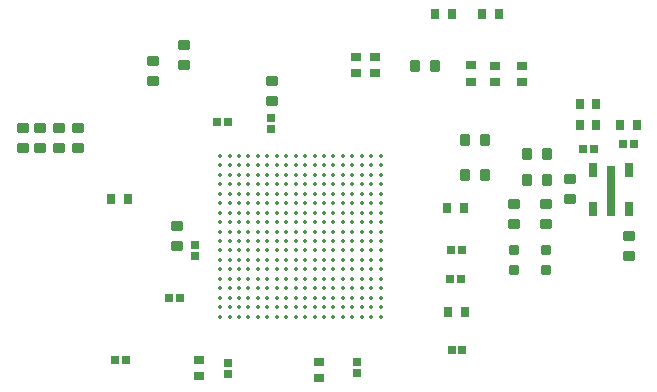
<source format=gtp>
G04*
G04 #@! TF.GenerationSoftware,Altium Limited,Altium Designer,23.0.1 (38)*
G04*
G04 Layer_Color=8421504*
%FSLAX45Y45*%
%MOMM*%
G71*
G04*
G04 #@! TF.SameCoordinates,E124BC29-41F8-45E3-8FB8-A4B905A5A323*
G04*
G04*
G04 #@! TF.FilePolarity,Positive*
G04*
G01*
G75*
%ADD16C,0.35000*%
%ADD17R,0.68000X1.20000*%
%ADD18R,0.64000X0.64000*%
%ADD19R,0.75000X0.95000*%
G04:AMPARAMS|DCode=20|XSize=1mm|YSize=0.9mm|CornerRadius=0.1125mm|HoleSize=0mm|Usage=FLASHONLY|Rotation=0.000|XOffset=0mm|YOffset=0mm|HoleType=Round|Shape=RoundedRectangle|*
%AMROUNDEDRECTD20*
21,1,1.00000,0.67500,0,0,0.0*
21,1,0.77500,0.90000,0,0,0.0*
1,1,0.22500,0.38750,-0.33750*
1,1,0.22500,-0.38750,-0.33750*
1,1,0.22500,-0.38750,0.33750*
1,1,0.22500,0.38750,0.33750*
%
%ADD20ROUNDEDRECTD20*%
G04:AMPARAMS|DCode=21|XSize=1mm|YSize=0.9mm|CornerRadius=0.1125mm|HoleSize=0mm|Usage=FLASHONLY|Rotation=270.000|XOffset=0mm|YOffset=0mm|HoleType=Round|Shape=RoundedRectangle|*
%AMROUNDEDRECTD21*
21,1,1.00000,0.67500,0,0,270.0*
21,1,0.77500,0.90000,0,0,270.0*
1,1,0.22500,-0.33750,-0.38750*
1,1,0.22500,-0.33750,0.38750*
1,1,0.22500,0.33750,0.38750*
1,1,0.22500,0.33750,-0.38750*
%
%ADD21ROUNDEDRECTD21*%
G04:AMPARAMS|DCode=22|XSize=0.8mm|YSize=0.8mm|CornerRadius=0.1mm|HoleSize=0mm|Usage=FLASHONLY|Rotation=270.000|XOffset=0mm|YOffset=0mm|HoleType=Round|Shape=RoundedRectangle|*
%AMROUNDEDRECTD22*
21,1,0.80000,0.60000,0,0,270.0*
21,1,0.60000,0.80000,0,0,270.0*
1,1,0.20000,-0.30000,-0.30000*
1,1,0.20000,-0.30000,0.30000*
1,1,0.20000,0.30000,0.30000*
1,1,0.20000,0.30000,-0.30000*
%
%ADD22ROUNDEDRECTD22*%
%ADD23R,0.64000X0.64000*%
%ADD24R,0.95000X0.75000*%
G36*
X13303999Y7248920D02*
X13236000D01*
Y7673920D01*
X13303999D01*
Y7248920D01*
D02*
G37*
D16*
X10200000Y7760000D02*
D03*
X11320000Y6400000D02*
D03*
X11240000D02*
D03*
X11160000D02*
D03*
X11080000D02*
D03*
X11000000D02*
D03*
X10920000D02*
D03*
X10840000D02*
D03*
X10760000D02*
D03*
X10680000D02*
D03*
X10600000D02*
D03*
X10520000D02*
D03*
X10440000D02*
D03*
X10360000D02*
D03*
X10280000D02*
D03*
X10200000D02*
D03*
X10120000D02*
D03*
X10040000D02*
D03*
X9960000D02*
D03*
X11320000Y6480000D02*
D03*
X11240000D02*
D03*
X11160000D02*
D03*
X11080000D02*
D03*
X11000000D02*
D03*
X10920000D02*
D03*
X10840000D02*
D03*
X10760000D02*
D03*
X10680000D02*
D03*
X10600000D02*
D03*
X10520000D02*
D03*
X10440000D02*
D03*
X10360000D02*
D03*
X10280000D02*
D03*
X10200000D02*
D03*
X10120000D02*
D03*
X10040000D02*
D03*
X9960000D02*
D03*
X11320000Y6560000D02*
D03*
X11240000D02*
D03*
X11160000D02*
D03*
X11080000D02*
D03*
X11000000D02*
D03*
X10920000D02*
D03*
X10840000D02*
D03*
X10760000D02*
D03*
X10680000D02*
D03*
X10600000D02*
D03*
X10520000D02*
D03*
X10440000D02*
D03*
X10360000D02*
D03*
X10280000D02*
D03*
X10200000D02*
D03*
X10120000D02*
D03*
X10040000D02*
D03*
X9960000D02*
D03*
X11320000Y6640000D02*
D03*
X11240000D02*
D03*
X11160000D02*
D03*
X11080000D02*
D03*
X11000000D02*
D03*
X10920000D02*
D03*
X10840000D02*
D03*
X10760000D02*
D03*
X10680000D02*
D03*
X10600000D02*
D03*
X10520000D02*
D03*
X10440000D02*
D03*
X10360000D02*
D03*
X10280000D02*
D03*
X10200000D02*
D03*
X10120000D02*
D03*
X10040000D02*
D03*
X9960000D02*
D03*
X11320000Y6720000D02*
D03*
X11240000D02*
D03*
X11160000D02*
D03*
X11080000D02*
D03*
X11000000D02*
D03*
X10920000D02*
D03*
X10840000D02*
D03*
X10760000D02*
D03*
X10680000D02*
D03*
X10600000D02*
D03*
X10520000D02*
D03*
X10440000D02*
D03*
X10360000D02*
D03*
X10280000D02*
D03*
X10200000D02*
D03*
X10120000D02*
D03*
X10040000D02*
D03*
X9960000D02*
D03*
X11320000Y6800000D02*
D03*
X11240000D02*
D03*
X11160000D02*
D03*
X11080000D02*
D03*
X11000000D02*
D03*
X10920000D02*
D03*
X10840000D02*
D03*
X10760000D02*
D03*
X10680000D02*
D03*
X10600000D02*
D03*
X10520000D02*
D03*
X10440000D02*
D03*
X10360000D02*
D03*
X10280000D02*
D03*
X10200000D02*
D03*
X10120000D02*
D03*
X10040000D02*
D03*
X9960000D02*
D03*
X11320000Y6880000D02*
D03*
X11240000D02*
D03*
X11160000D02*
D03*
X11080000D02*
D03*
X11000000D02*
D03*
X10920000D02*
D03*
X10840000D02*
D03*
X10760000D02*
D03*
X10680000D02*
D03*
X10600000D02*
D03*
X10520000D02*
D03*
X10440000D02*
D03*
X10360000D02*
D03*
X10280000D02*
D03*
X10200000D02*
D03*
X10120000D02*
D03*
X10040000D02*
D03*
X9960000D02*
D03*
X11320000Y6960000D02*
D03*
X11240000D02*
D03*
X11160000D02*
D03*
X11080000D02*
D03*
X11000000D02*
D03*
X10920000D02*
D03*
X10840000D02*
D03*
X10760000D02*
D03*
X10680000D02*
D03*
X10600000D02*
D03*
X10520000D02*
D03*
X10440000D02*
D03*
X10360000D02*
D03*
X10280000D02*
D03*
X10200000D02*
D03*
X10120000D02*
D03*
X10040000D02*
D03*
X9960000D02*
D03*
X11320000Y7040000D02*
D03*
X11240000D02*
D03*
X11160000D02*
D03*
X11080000D02*
D03*
X11000000D02*
D03*
X10920000D02*
D03*
X10840000D02*
D03*
X10760000D02*
D03*
X10680000D02*
D03*
X10600000D02*
D03*
X10520000D02*
D03*
X10440000D02*
D03*
X10360000D02*
D03*
X10280000D02*
D03*
X10200000D02*
D03*
X10120000D02*
D03*
X10040000D02*
D03*
X9960000D02*
D03*
X11320000Y7120000D02*
D03*
X11240000D02*
D03*
X11160000D02*
D03*
X11080000D02*
D03*
X11000000D02*
D03*
X10920000D02*
D03*
X10840000D02*
D03*
X10760000D02*
D03*
X10680000D02*
D03*
X10600000D02*
D03*
X10520000D02*
D03*
X10440000D02*
D03*
X10360000D02*
D03*
X10280000D02*
D03*
X10200000D02*
D03*
X10120000D02*
D03*
X10040000D02*
D03*
X9960000D02*
D03*
X11320000Y7200000D02*
D03*
X11240000D02*
D03*
X11160000D02*
D03*
X11080000D02*
D03*
X11000000D02*
D03*
X10920000D02*
D03*
X10840000D02*
D03*
X10760000D02*
D03*
X10680000D02*
D03*
X10600000D02*
D03*
X10520000D02*
D03*
X10440000D02*
D03*
X10360000D02*
D03*
X10280000D02*
D03*
X10200000D02*
D03*
X10120000D02*
D03*
X10040000D02*
D03*
X9960000D02*
D03*
X11320000Y7280000D02*
D03*
X11240000D02*
D03*
X11160000D02*
D03*
X11080000D02*
D03*
X11000000D02*
D03*
X10920000D02*
D03*
X10840000D02*
D03*
X10760000D02*
D03*
X10680000D02*
D03*
X10600000D02*
D03*
X10520000D02*
D03*
X10440000D02*
D03*
X10360000D02*
D03*
X10280000D02*
D03*
X10200000D02*
D03*
X10120000D02*
D03*
X10040000D02*
D03*
X9960000D02*
D03*
X11320000Y7360000D02*
D03*
X11240000D02*
D03*
X11160000D02*
D03*
X11080000D02*
D03*
X11000000D02*
D03*
X10920000D02*
D03*
X10840000D02*
D03*
X10760000D02*
D03*
X10680000D02*
D03*
X10600000D02*
D03*
X10520000D02*
D03*
X10440000D02*
D03*
X10360000D02*
D03*
X10280000D02*
D03*
X10200000D02*
D03*
X10120000D02*
D03*
X10040000D02*
D03*
X9960000D02*
D03*
X11320000Y7440000D02*
D03*
X11240000D02*
D03*
X11160000D02*
D03*
X11080000D02*
D03*
X11000000D02*
D03*
X10920000D02*
D03*
X10840000D02*
D03*
X10760000D02*
D03*
X10680000D02*
D03*
X10600000D02*
D03*
X10520000D02*
D03*
X10440000D02*
D03*
X10360000D02*
D03*
X10280000D02*
D03*
X10200000D02*
D03*
X10120000D02*
D03*
X10040000D02*
D03*
X9960000D02*
D03*
X11320000Y7520000D02*
D03*
X11240000D02*
D03*
X11160000D02*
D03*
X11080000D02*
D03*
X11000000D02*
D03*
X10920000D02*
D03*
X10840000D02*
D03*
X10760000D02*
D03*
X10680000D02*
D03*
X10600000D02*
D03*
X10520000D02*
D03*
X10440000D02*
D03*
X10360000D02*
D03*
X10280000D02*
D03*
X10200000D02*
D03*
X10120000D02*
D03*
X10040000D02*
D03*
X9960000D02*
D03*
X11320000Y7600000D02*
D03*
X11240000D02*
D03*
X11160000D02*
D03*
X11080000D02*
D03*
X11000000D02*
D03*
X10920000D02*
D03*
X10840000D02*
D03*
X10760000D02*
D03*
X10680000D02*
D03*
X10600000D02*
D03*
X10520000D02*
D03*
X10440000D02*
D03*
X10360000D02*
D03*
X10280000D02*
D03*
X10200000D02*
D03*
X10120000D02*
D03*
X10040000D02*
D03*
X9960000D02*
D03*
X11320000Y7680000D02*
D03*
X11240000D02*
D03*
X11160000D02*
D03*
X11080000D02*
D03*
X11000000D02*
D03*
X10920000D02*
D03*
X10840000D02*
D03*
X10760000D02*
D03*
X10680000D02*
D03*
X10600000D02*
D03*
X10520000D02*
D03*
X10440000D02*
D03*
X10360000D02*
D03*
X10280000D02*
D03*
X10200000D02*
D03*
X10120000D02*
D03*
X10040000D02*
D03*
X9960000D02*
D03*
X11320000Y7760000D02*
D03*
X11240000D02*
D03*
X11160000D02*
D03*
X11080000D02*
D03*
X11000000D02*
D03*
X10920000D02*
D03*
X10840000D02*
D03*
X10760000D02*
D03*
X10680000D02*
D03*
X10600000D02*
D03*
X10520000D02*
D03*
X10440000D02*
D03*
X10360000D02*
D03*
X10280000D02*
D03*
X10120000D02*
D03*
X10040000D02*
D03*
X9960000D02*
D03*
D17*
X13120000Y7308920D02*
D03*
X13420000D02*
D03*
Y7638920D02*
D03*
X13120000D02*
D03*
D18*
X13125999Y7816568D02*
D03*
X13034000D02*
D03*
X13374001Y7862858D02*
D03*
X13466000D02*
D03*
X9530600Y6560000D02*
D03*
X9622600D02*
D03*
X12001780Y6720000D02*
D03*
X11909780D02*
D03*
X10029431Y8047002D02*
D03*
X9937431D02*
D03*
X9068000Y6033920D02*
D03*
X9160000D02*
D03*
X12012000Y6120000D02*
D03*
X11920000D02*
D03*
X12006000Y6960000D02*
D03*
X11914000D02*
D03*
D19*
X13144852Y8021443D02*
D03*
X13004851D02*
D03*
X13143294Y8199805D02*
D03*
X13003294D02*
D03*
X13350000Y8021443D02*
D03*
X13489999D02*
D03*
X11922499Y8960000D02*
D03*
X11782499D02*
D03*
X12320000D02*
D03*
X12180000D02*
D03*
X9039200Y7397100D02*
D03*
X9179200D02*
D03*
X12030000Y6440000D02*
D03*
X11890000D02*
D03*
X12022499Y7320000D02*
D03*
X11882499D02*
D03*
D20*
X12920000Y7397840D02*
D03*
Y7567840D02*
D03*
X13420000Y6915000D02*
D03*
Y7085000D02*
D03*
X10400000Y8398395D02*
D03*
Y8228395D02*
D03*
X12452503Y7184395D02*
D03*
Y7354395D02*
D03*
X12720000Y7184395D02*
D03*
Y7354395D02*
D03*
X9652499Y8526601D02*
D03*
Y8696601D02*
D03*
X8759360Y7827980D02*
D03*
Y7997980D02*
D03*
X8599360Y7827980D02*
D03*
Y7997980D02*
D03*
X8439360Y7827980D02*
D03*
Y7997980D02*
D03*
X8289508Y7827980D02*
D03*
Y7997980D02*
D03*
X9596649Y6995000D02*
D03*
Y7165000D02*
D03*
X9392920Y8396060D02*
D03*
Y8566060D02*
D03*
D21*
X12035000Y7896570D02*
D03*
X12205000D02*
D03*
X12035000Y7602159D02*
D03*
X12205000D02*
D03*
X12725000Y7560000D02*
D03*
X12555000D02*
D03*
X12725000Y7774000D02*
D03*
X12555000D02*
D03*
X11613000Y8525500D02*
D03*
X11783000D02*
D03*
D22*
X12452503Y6795000D02*
D03*
Y6965000D02*
D03*
X12720000Y6795000D02*
D03*
Y6965000D02*
D03*
D23*
X11120000Y5919891D02*
D03*
Y6011891D02*
D03*
X10025380Y5915660D02*
D03*
Y6007660D02*
D03*
X10393680Y7991760D02*
D03*
Y8083760D02*
D03*
X9747785Y6914000D02*
D03*
Y7006000D02*
D03*
D24*
X10795000Y5878680D02*
D03*
Y6018680D02*
D03*
X9781540Y5893920D02*
D03*
Y6033920D02*
D03*
X12081102Y8390000D02*
D03*
Y8530000D02*
D03*
X12284302Y8383500D02*
D03*
Y8523500D02*
D03*
X12512902Y8383500D02*
D03*
Y8523500D02*
D03*
X11274478Y8600000D02*
D03*
Y8460000D02*
D03*
X11110986Y8600000D02*
D03*
Y8460000D02*
D03*
M02*

</source>
